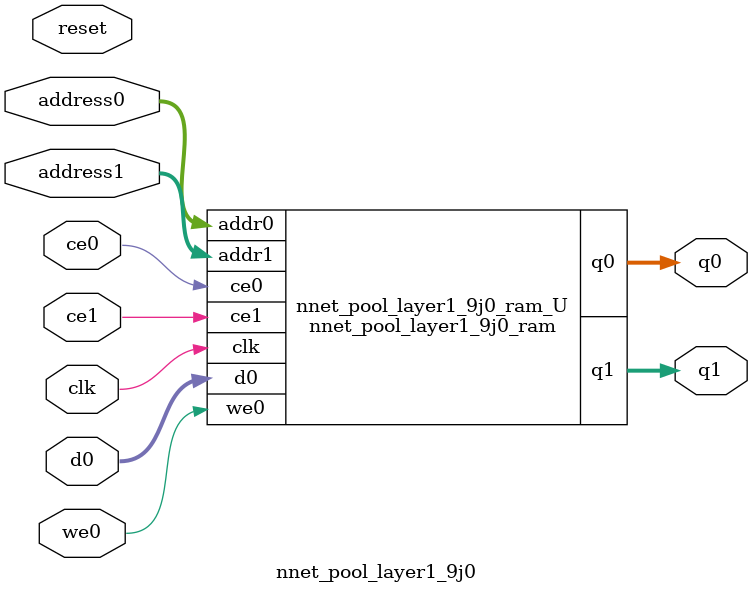
<source format=v>

`timescale 1 ns / 1 ps
module nnet_pool_layer1_9j0_ram (addr0, ce0, d0, we0, q0, addr1, ce1, q1,  clk);

parameter DWIDTH = 23;
parameter AWIDTH = 11;
parameter MEM_SIZE = 1568;

input[AWIDTH-1:0] addr0;
input ce0;
input[DWIDTH-1:0] d0;
input we0;
output reg[DWIDTH-1:0] q0;
input[AWIDTH-1:0] addr1;
input ce1;
output reg[DWIDTH-1:0] q1;
input clk;

(* ram_style = "block" *)reg [DWIDTH-1:0] ram[0:MEM_SIZE-1];




always @(posedge clk)  
begin 
    if (ce0) 
    begin
        if (we0) 
        begin 
            ram[addr0] <= d0; 
            q0 <= d0;
        end 
        else 
            q0 <= ram[addr0];
    end
end


always @(posedge clk)  
begin 
    if (ce1) 
    begin
            q1 <= ram[addr1];
    end
end


endmodule


`timescale 1 ns / 1 ps
module nnet_pool_layer1_9j0(
    reset,
    clk,
    address0,
    ce0,
    we0,
    d0,
    q0,
    address1,
    ce1,
    q1);

parameter DataWidth = 32'd23;
parameter AddressRange = 32'd1568;
parameter AddressWidth = 32'd11;
input reset;
input clk;
input[AddressWidth - 1:0] address0;
input ce0;
input we0;
input[DataWidth - 1:0] d0;
output[DataWidth - 1:0] q0;
input[AddressWidth - 1:0] address1;
input ce1;
output[DataWidth - 1:0] q1;



nnet_pool_layer1_9j0_ram nnet_pool_layer1_9j0_ram_U(
    .clk( clk ),
    .addr0( address0 ),
    .ce0( ce0 ),
    .d0( d0 ),
    .we0( we0 ),
    .q0( q0 ),
    .addr1( address1 ),
    .ce1( ce1 ),
    .q1( q1 ));

endmodule


</source>
